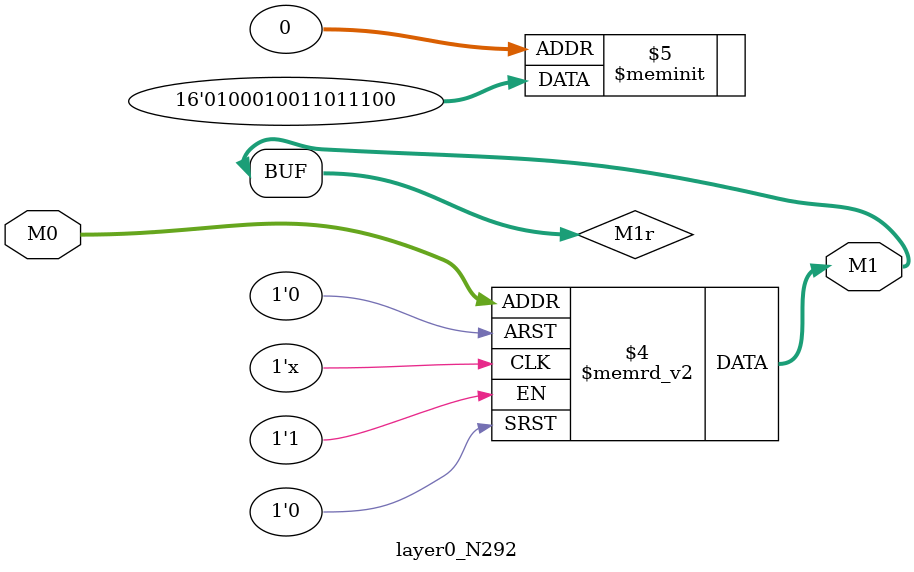
<source format=v>
module layer0_N292 ( input [2:0] M0, output [1:0] M1 );

	(*rom_style = "distributed" *) reg [1:0] M1r;
	assign M1 = M1r;
	always @ (M0) begin
		case (M0)
			3'b000: M1r = 2'b00;
			3'b100: M1r = 2'b00;
			3'b010: M1r = 2'b01;
			3'b110: M1r = 2'b00;
			3'b001: M1r = 2'b11;
			3'b101: M1r = 2'b01;
			3'b011: M1r = 2'b11;
			3'b111: M1r = 2'b01;

		endcase
	end
endmodule

</source>
